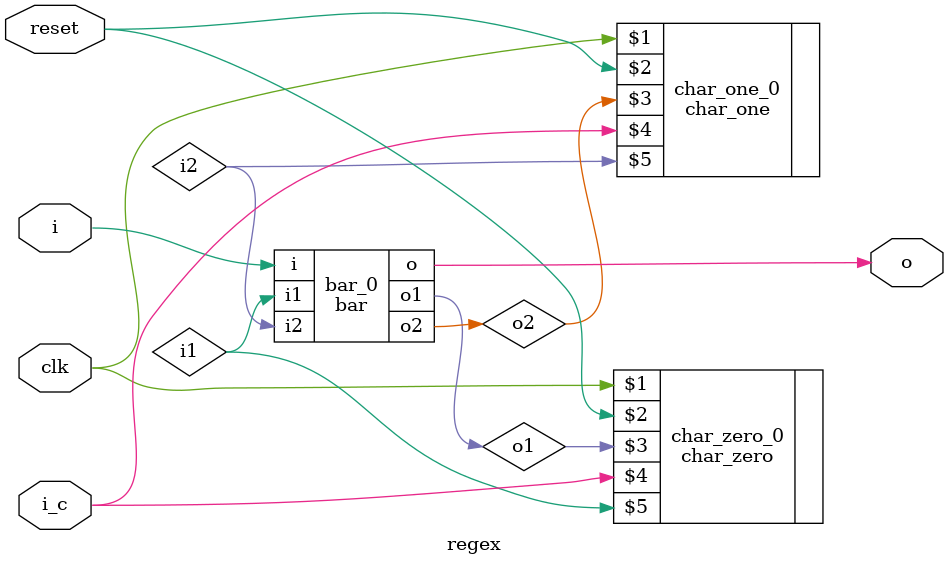
<source format=v>
module bar (input wire i, output wire o, input wire i1, i2, output wire o1, o2);
   assign o1 = i;
   assign o2 = i;
   or2 or2_0 (i1, i2, o);
endmodule

module regex (input wire clk, reset, i, input wire i_c, output wire o);
   // zero bar one
   wire i1, i2, o1, o2;
   bar bar_0 (i, o, i1, i2, o1, o2);
   char_zero char_zero_0 (clk, reset, o1, i_c, i1);
   char_one   char_one_0 (clk, reset, o2, i_c, i2);
endmodule

</source>
